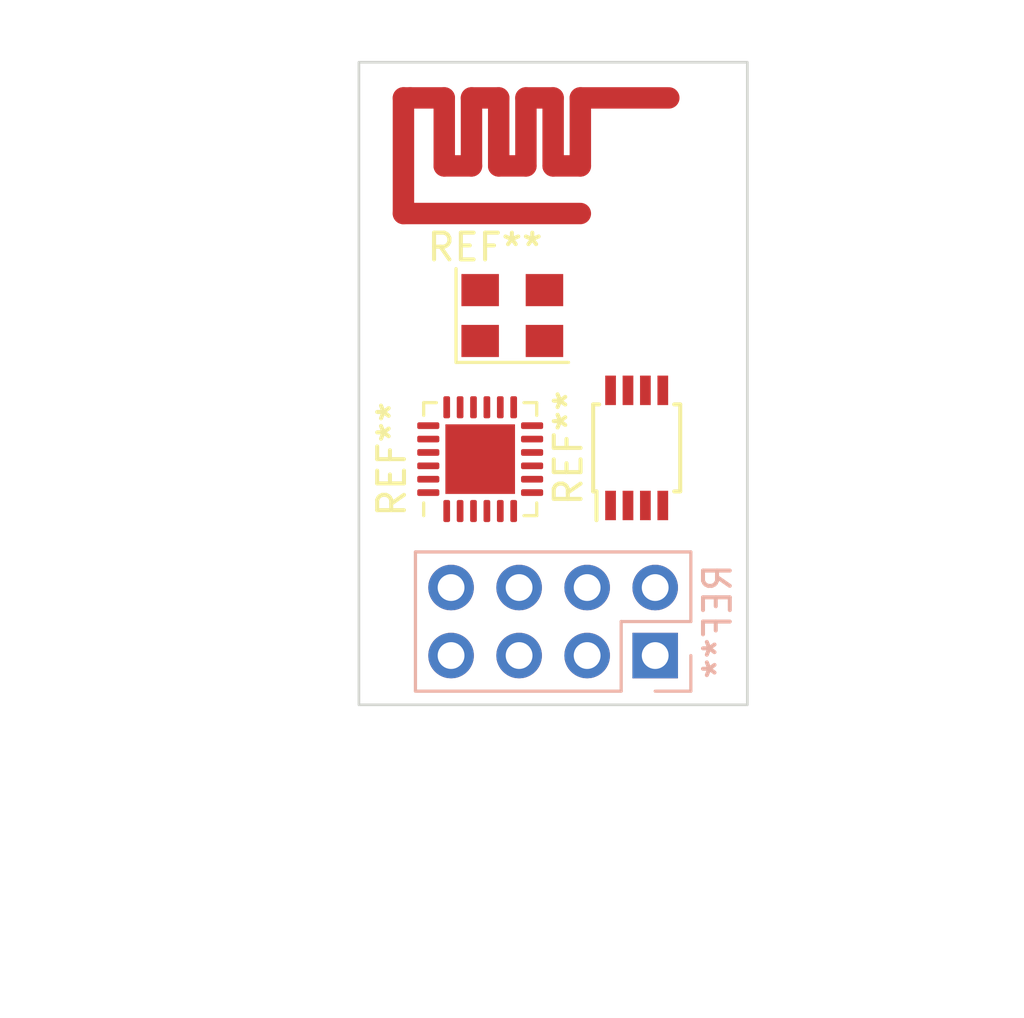
<source format=kicad_pcb>
(kicad_pcb (version 20211014) (generator pcbnew)
  (layers (0 "F.Cu" signal) (31 "B.Cu" signal) (34 "B.Paste" user) (35 "F.Paste" user) (36 "B.SilkS" user "B.Silkscreen") (37 "F.SilkS" user "F.Silkscreen") (38 "B.Mask" user) (39 "F.Mask" user) (44 "Edge.Cuts" user))
  (net 0 "")
  (footprint "Crystal:Crystal_SMD_SeikoEpson_FA238V-4Pin_3.2x2.5mm" (layer "F.Cu") (at 134.112 87.63)
    (fp_text reference "REF**" (at -1.016 -2.55) (layer "F.SilkS"))
    (fp_text value "Crystal_SMD_SeikoEpson_FA238V-4Pin_3.2x2.5mm")
    (fp_line (start -2.1 -1.75) (end -2.1 1.75) (layer "F.SilkS") (width 0.12))
    (fp_line (start -2.1 1.75) (end 2.1 1.75) (layer "F.SilkS") (width 0.12))
    (pad "1" smd rect (at -1.2 0.95) (size 1.4 1.2) (layers "F.Cu" "F.Paste" "F.Mask"))
    (pad "2" smd rect (at 1.2 0.95) (size 1.4 1.2) (layers "F.Cu" "F.Paste" "F.Mask"))
    (pad "3" smd rect (at 1.2 -0.95) (size 1.4 1.2) (layers "F.Cu" "F.Paste" "F.Mask"))
    (pad "4" smd rect (at -1.2 -0.95) (size 1.4 1.2) (layers "F.Cu" "F.Paste" "F.Mask"))
  )
  (footprint "Package_DFN_QFN:QFN-24-1EP_4x4mm_P0.5mm_EP2.6x2.6mm" (layer "F.Cu") (at 132.913 92.994 90)
    (fp_text reference "REF**" (at 0 -3.3 90) (layer "F.SilkS"))
    (fp_text value "QFN-24-1EP_4x4mm_P0.5mm_EP2.6x2.6mm")
    (fp_line (start -2.11 2.11) (end -2.11 1.635) (layer "F.SilkS") (width 0.12))
    (fp_line (start 2.11 -2.11) (end 2.11 -1.635) (layer "F.SilkS") (width 0.12))
    (fp_line (start -1.635 2.11) (end -2.11 2.11) (layer "F.SilkS") (width 0.12))
    (fp_line (start 1.635 2.11) (end 2.11 2.11) (layer "F.SilkS") (width 0.12))
    (fp_line (start -1.635 -2.11) (end -2.11 -2.11) (layer "F.SilkS") (width 0.12))
    (fp_line (start 2.11 2.11) (end 2.11 1.635) (layer "F.SilkS") (width 0.12))
    (fp_line (start 1.635 -2.11) (end 2.11 -2.11) (layer "F.SilkS") (width 0.12))
    (pad "1" smd roundrect (at -1.9375 -1.25 90) (size 0.825 0.25) (layers "F.Cu" "F.Paste" "F.Mask"))
    (pad "2" smd roundrect (at -1.9375 -0.75 90) (size 0.825 0.25) (layers "F.Cu" "F.Paste" "F.Mask"))
    (pad "3" smd roundrect (at -1.9375 -0.25 90) (size 0.825 0.25) (layers "F.Cu" "F.Paste" "F.Mask"))
    (pad "4" smd roundrect (at -1.9375 0.25 90) (size 0.825 0.25) (layers "F.Cu" "F.Paste" "F.Mask"))
    (pad "5" smd roundrect (at -1.9375 0.75 90) (size 0.825 0.25) (layers "F.Cu" "F.Paste" "F.Mask"))
    (pad "6" smd roundrect (at -1.9375 1.25 90) (size 0.825 0.25) (layers "F.Cu" "F.Paste" "F.Mask"))
    (pad "7" smd roundrect (at -1.25 1.9375 90) (size 0.25 0.825) (layers "F.Cu" "F.Paste" "F.Mask"))
    (pad "8" smd roundrect (at -0.75 1.9375 90) (size 0.25 0.825) (layers "F.Cu" "F.Paste" "F.Mask"))
    (pad "9" smd roundrect (at -0.25 1.9375 90) (size 0.25 0.825) (layers "F.Cu" "F.Paste" "F.Mask"))
    (pad "10" smd roundrect (at 0.25 1.9375 90) (size 0.25 0.825) (layers "F.Cu" "F.Paste" "F.Mask"))
    (pad "11" smd roundrect (at 0.75 1.9375 90) (size 0.25 0.825) (layers "F.Cu" "F.Paste" "F.Mask"))
    (pad "12" smd roundrect (at 1.25 1.9375 90) (size 0.25 0.825) (layers "F.Cu" "F.Paste" "F.Mask"))
    (pad "13" smd roundrect (at 1.9375 1.25 90) (size 0.825 0.25) (layers "F.Cu" "F.Paste" "F.Mask"))
    (pad "14" smd roundrect (at 1.9375 0.75 90) (size 0.825 0.25) (layers "F.Cu" "F.Paste" "F.Mask"))
    (pad "15" smd roundrect (at 1.9375 0.25 90) (size 0.825 0.25) (layers "F.Cu" "F.Paste" "F.Mask"))
    (pad "16" smd roundrect (at 1.9375 -0.25 90) (size 0.825 0.25) (layers "F.Cu" "F.Paste" "F.Mask"))
    (pad "17" smd roundrect (at 1.9375 -0.75 90) (size 0.825 0.25) (layers "F.Cu" "F.Paste" "F.Mask"))
    (pad "18" smd roundrect (at 1.9375 -1.25 90) (size 0.825 0.25) (layers "F.Cu" "F.Paste" "F.Mask"))
    (pad "19" smd roundrect (at 1.25 -1.9375 90) (size 0.25 0.825) (layers "F.Cu" "F.Paste" "F.Mask"))
    (pad "20" smd roundrect (at 0.75 -1.9375 90) (size 0.25 0.825) (layers "F.Cu" "F.Paste" "F.Mask"))
    (pad "21" smd roundrect (at 0.25 -1.9375 90) (size 0.25 0.825) (layers "F.Cu" "F.Paste" "F.Mask"))
    (pad "22" smd roundrect (at -0.25 -1.9375 90) (size 0.25 0.825) (layers "F.Cu" "F.Paste" "F.Mask"))
    (pad "23" smd roundrect (at -0.75 -1.9375 90) (size 0.25 0.825) (layers "F.Cu" "F.Paste" "F.Mask"))
    (pad "24" smd roundrect (at -1.25 -1.9375 90) (size 0.25 0.825) (layers "F.Cu" "F.Paste" "F.Mask"))
    (pad "25" smd rect (at 0 0 90) (size 2.6 2.6) (layers "F.Cu" "F.Mask"))
  )
  (footprint "Package_SO:TSSOP-8_3x3mm_P0.65mm" (layer "F.Cu") (at 138.755 92.574 90)
    (fp_text reference "REF**" (at 0 -2.55 90) (layer "F.SilkS"))
    (fp_text value "TSSOP-8_3x3mm_P0.65mm")
    (fp_line (start -1.625 -1.625) (end -1.625 -1.5) (layer "F.SilkS") (width 0.15))
    (fp_line (start 1.625 -1.625) (end 1.625 -1.4) (layer "F.SilkS") (width 0.15))
    (fp_line (start 1.625 1.625) (end 1.625 1.4) (layer "F.SilkS") (width 0.15))
    (fp_line (start -1.625 1.625) (end -1.625 1.4) (layer "F.SilkS") (width 0.15))
    (fp_line (start -1.625 1.625) (end 1.625 1.625) (layer "F.SilkS") (width 0.15))
    (fp_line (start -1.625 -1.5) (end -2.7 -1.5) (layer "F.SilkS") (width 0.15))
    (fp_line (start -1.625 -1.625) (end 1.625 -1.625) (layer "F.SilkS") (width 0.15))
    (pad "1" smd rect (at -2.15 -0.975 90) (size 1.1 0.4) (layers "F.Cu" "F.Paste" "F.Mask"))
    (pad "2" smd rect (at -2.15 -0.325 90) (size 1.1 0.4) (layers "F.Cu" "F.Paste" "F.Mask"))
    (pad "3" smd rect (at -2.15 0.325 90) (size 1.1 0.4) (layers "F.Cu" "F.Paste" "F.Mask"))
    (pad "4" smd rect (at -2.15 0.975 90) (size 1.1 0.4) (layers "F.Cu" "F.Paste" "F.Mask"))
    (pad "5" smd rect (at 2.15 0.975 90) (size 1.1 0.4) (layers "F.Cu" "F.Paste" "F.Mask"))
    (pad "6" smd rect (at 2.15 0.325 90) (size 1.1 0.4) (layers "F.Cu" "F.Paste" "F.Mask"))
    (pad "7" smd rect (at 2.15 -0.325 90) (size 1.1 0.4) (layers "F.Cu" "F.Paste" "F.Mask"))
    (pad "8" smd rect (at 2.15 -0.975 90) (size 1.1 0.4) (layers "F.Cu" "F.Paste" "F.Mask"))
  )
  (footprint "Connector_PinHeader_2.54mm:PinHeader_2x04_P2.54mm_Vertical" (layer "B.Cu") (at 139.446 100.33 90)
    (fp_text reference "REF**" (at 1.27 2.33 90) (layer "B.SilkS") (effects (justify mirror)))
    (fp_text value "PinHeader_2x04_P2.54mm_Vertical")
    (fp_line (start 1.27 -1.27) (end 1.27 1.33) (layer "B.SilkS") (width 0.12))
    (fp_line (start -1.33 0) (end -1.33 1.33) (layer "B.SilkS") (width 0.12))
    (fp_line (start -1.33 1.33) (end 0 1.33) (layer "B.SilkS") (width 0.12))
    (fp_line (start 3.87 1.33) (end 3.87 -8.95) (layer "B.SilkS") (width 0.12))
    (fp_line (start 1.27 1.33) (end 3.87 1.33) (layer "B.SilkS") (width 0.12))
    (fp_line (start -1.33 -1.27) (end 1.27 -1.27) (layer "B.SilkS") (width 0.12))
    (fp_line (start -1.33 -8.95) (end 3.87 -8.95) (layer "B.SilkS") (width 0.12))
    (fp_line (start -1.33 -1.27) (end -1.33 -8.95) (layer "B.SilkS") (width 0.12))
    (pad "1" thru_hole rect (at 0 0 90) (size 1.7 1.7) (drill 1) (layers *.Cu *.Mask))
    (pad "2" thru_hole oval (at 2.54 0 90) (size 1.7 1.7) (drill 1) (layers *.Cu *.Mask))
    (pad "3" thru_hole oval (at 0 -2.54 90) (size 1.7 1.7) (drill 1) (layers *.Cu *.Mask))
    (pad "4" thru_hole oval (at 2.54 -2.54 90) (size 1.7 1.7) (drill 1) (layers *.Cu *.Mask))
    (pad "5" thru_hole oval (at 0 -5.08 90) (size 1.7 1.7) (drill 1) (layers *.Cu *.Mask))
    (pad "6" thru_hole oval (at 2.54 -5.08 90) (size 1.7 1.7) (drill 1) (layers *.Cu *.Mask))
    (pad "7" thru_hole oval (at 0 -7.62 90) (size 1.7 1.7) (drill 1) (layers *.Cu *.Mask))
    (pad "8" thru_hole oval (at 2.54 -7.62 90) (size 1.7 1.7) (drill 1) (layers *.Cu *.Mask))
  )
  (gr_rect (start 128.386 78.17) (end 142.886 102.17) (layer "Edge.Cuts") (width 0.1) (fill none))
  (segment (start 134.62 79.502) (end 134.62 82.042) (width 0.8) (layer "F.Cu") (net 0))
  (segment (start 130.048 83.82) (end 136.652 83.82) (width 0.8) (layer "F.Cu") (net 0))
  (segment (start 133.604 79.502) (end 132.588 79.502) (width 0.8) (layer "F.Cu") (net 0))
  (segment (start 139.954 79.502) (end 136.652 79.502) (width 0.8) (layer "F.Cu") (net 0))
  (segment (start 136.652 79.502) (end 136.652 82.042) (width 0.8) (layer "F.Cu") (net 0))
  (segment (start 135.636 79.502) (end 134.62 79.502) (width 0.8) (layer "F.Cu") (net 0))
  (segment (start 134.62 82.042) (end 133.604 82.042) (width 0.8) (layer "F.Cu") (net 0))
  (segment (start 132.588 82.042) (end 131.572 82.042) (width 0.8) (layer "F.Cu") (net 0))
  (segment (start 133.604 82.042) (end 133.604 79.502) (width 0.8) (layer "F.Cu") (net 0))
  (segment (start 132.588 79.502) (end 132.588 82.042) (width 0.8) (layer "F.Cu") (net 0))
  (segment (start 130.048 79.502) (end 130.048 83.82) (width 0.8) (layer "F.Cu") (net 0))
  (segment (start 136.652 82.042) (end 135.636 82.042) (width 0.8) (layer "F.Cu") (net 0))
  (segment (start 135.636 82.042) (end 135.636 79.502) (width 0.8) (layer "F.Cu") (net 0))
  (segment (start 130.302 79.502) (end 130.048 79.502) (width 0.8) (layer "F.Cu") (net 0))
  (segment (start 131.572 82.042) (end 131.572 79.502) (width 0.8) (layer "F.Cu") (net 0))
  (segment (start 131.572 79.502) (end 130.302 79.502) (width 0.8) (layer "F.Cu") (net 0))
)
</source>
